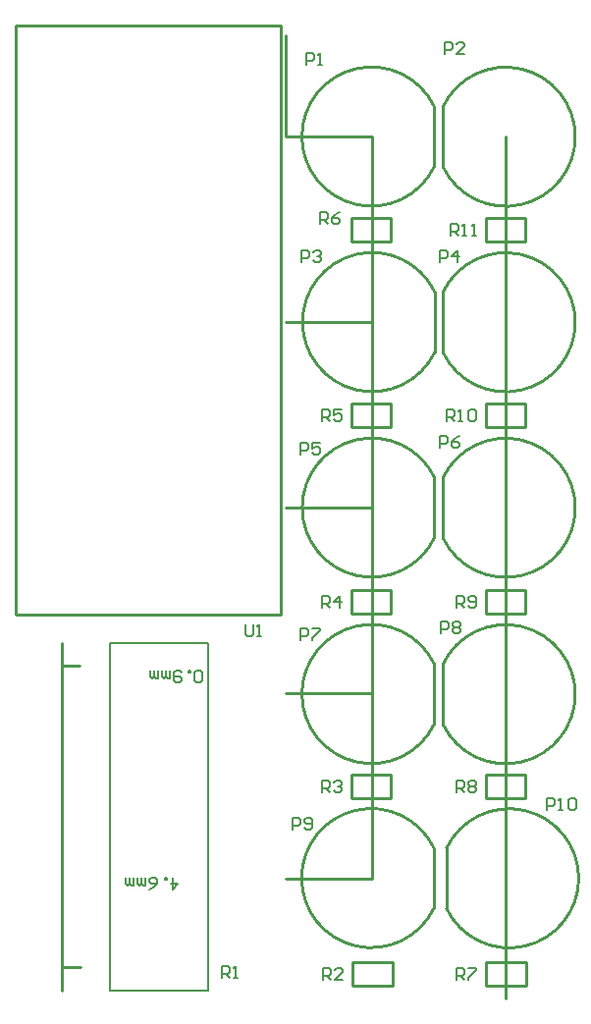
<source format=gto>
G04*
G04 #@! TF.GenerationSoftware,Altium Limited,Altium Designer,19.1.8 (144)*
G04*
G04 Layer_Color=65535*
%FSLAX25Y25*%
%MOIN*%
G70*
G01*
G75*
%ADD10C,0.01000*%
%ADD11C,0.00500*%
%ADD12C,0.00787*%
%ADD13C,0.00800*%
D10*
X542496Y678861D02*
G03*
X542496Y699356I21283J10248D01*
G01*
X539492Y699421D02*
G03*
X539492Y678926I-21283J-10248D01*
G01*
X542496Y615869D02*
G03*
X542496Y636364I21283J10248D01*
G01*
X539689Y636429D02*
G03*
X539689Y615933I-21283J-10248D01*
G01*
X542496Y552877D02*
G03*
X542496Y573372I21283J10248D01*
G01*
X539591Y573437D02*
G03*
X539591Y552941I-21283J-10248D01*
G01*
X542496Y489589D02*
G03*
X542496Y510085I21283J10248D01*
G01*
X539492Y510149D02*
G03*
X539492Y489654I-21283J-10248D01*
G01*
X539394Y447649D02*
G03*
X539394Y427154I-21283J-10248D01*
G01*
X543677Y427089D02*
G03*
X543677Y447585I21283J10248D01*
G01*
X542520Y678872D02*
Y699345D01*
X539468Y678937D02*
Y699409D01*
X542520Y615880D02*
Y636353D01*
X539665Y615945D02*
Y636417D01*
X542520Y552888D02*
Y573361D01*
X539567Y552953D02*
Y573425D01*
X542520Y489601D02*
Y510073D01*
X539468Y489665D02*
Y510138D01*
X539370Y427165D02*
Y447638D01*
X543701Y427101D02*
Y447573D01*
X413189Y399213D02*
Y517323D01*
X413189Y407087D02*
Y509449D01*
Y407087D02*
X419488D01*
X413189Y509449D02*
X419095D01*
X563779Y396654D02*
Y689075D01*
X488976Y437205D02*
X518307D01*
Y500197D01*
X524860Y653480D02*
Y661480D01*
X511360D02*
X524860D01*
X511360Y653480D02*
Y661480D01*
Y653480D02*
X524860D01*
X488976Y500197D02*
X518307D01*
X488976Y689173D02*
X518307D01*
X488976Y626181D02*
X518307D01*
X488976Y563189D02*
X518307D01*
Y626181D02*
Y689173D01*
Y500197D02*
Y563189D01*
Y626181D01*
X488976Y689173D02*
Y723622D01*
X511754Y400724D02*
Y408724D01*
Y400724D02*
X525254D01*
Y408724D01*
X511754D02*
X525254D01*
X557036Y661480D02*
X570536D01*
Y653480D02*
Y661480D01*
X557036Y653480D02*
X570536D01*
X557036D02*
Y661480D01*
Y598488D02*
X570536D01*
Y590488D02*
Y598488D01*
X557036Y590488D02*
X570536D01*
X557036D02*
Y598488D01*
Y535103D02*
X570536D01*
Y527103D02*
Y535103D01*
X557036Y527103D02*
X570536D01*
X557036D02*
Y535103D01*
Y472504D02*
X570536D01*
Y464504D02*
Y472504D01*
X557036Y464504D02*
X570536D01*
X557036D02*
Y472504D01*
X557121Y408724D02*
X570621D01*
Y400724D02*
Y408724D01*
X557121Y400724D02*
X570621D01*
X557121D02*
Y408724D01*
X397362Y726823D02*
X487362D01*
Y526823D02*
Y726823D01*
X397362Y526823D02*
X487362D01*
X397362D02*
Y726823D01*
X511360Y472504D02*
X524860D01*
Y464504D02*
Y472504D01*
X511360Y464504D02*
X524860D01*
X511360D02*
Y472504D01*
Y598488D02*
X524860D01*
Y590488D02*
Y598488D01*
X511360Y590488D02*
X524860D01*
X511360D02*
Y598488D01*
Y535103D02*
X524860D01*
Y527103D02*
Y535103D01*
X511360Y527103D02*
X524860D01*
X511360D02*
Y535103D01*
D11*
X462795Y517323D02*
X462795Y399213D01*
X429331D02*
X462795D01*
X429331D02*
Y517323D01*
X462795D01*
D12*
X450591Y437402D02*
Y433466D01*
X452559Y435434D01*
X449935D01*
X448623Y437402D02*
Y436746D01*
X447967D01*
Y437402D01*
X448623D01*
X442720Y433466D02*
X444032Y434122D01*
X445343Y435434D01*
Y436746D01*
X444688Y437402D01*
X443376D01*
X442720Y436746D01*
Y436090D01*
X443376Y435434D01*
X445343D01*
X441408Y437402D02*
Y434778D01*
X440752D01*
X440096Y435434D01*
Y437402D01*
Y435434D01*
X439440Y434778D01*
X438784Y435434D01*
Y437402D01*
X437472D02*
Y434778D01*
X436816D01*
X436160Y435434D01*
Y437402D01*
Y435434D01*
X435504Y434778D01*
X434848Y435434D01*
Y437402D01*
X460827Y504594D02*
X460171Y503938D01*
X458859D01*
X458203Y504594D01*
Y507218D01*
X458859Y507874D01*
X460171D01*
X460827Y507218D01*
Y504594D01*
X456891Y507874D02*
Y507218D01*
X456235D01*
Y507874D01*
X456891D01*
X453611Y507218D02*
X452955Y507874D01*
X451643D01*
X450987Y507218D01*
Y504594D01*
X451643Y503938D01*
X452955D01*
X453611Y504594D01*
Y505250D01*
X452955Y505906D01*
X450987D01*
X449676Y507874D02*
Y505250D01*
X449019D01*
X448364Y505906D01*
Y507874D01*
Y505906D01*
X447708Y505250D01*
X447052Y505906D01*
Y507874D01*
X445740D02*
Y505250D01*
X445084D01*
X444428Y505906D01*
Y507874D01*
Y505906D01*
X443772Y505250D01*
X443116Y505906D01*
Y507874D01*
D13*
X547156Y402713D02*
Y406712D01*
X549155D01*
X549822Y406046D01*
Y404713D01*
X549155Y404046D01*
X547156D01*
X548489D02*
X549822Y402713D01*
X551155Y406712D02*
X553820D01*
Y406046D01*
X551155Y403380D01*
Y402713D01*
X545107Y655470D02*
Y659469D01*
X547107D01*
X547773Y658802D01*
Y657469D01*
X547107Y656803D01*
X545107D01*
X546440D02*
X547773Y655470D01*
X549106D02*
X550439D01*
X549772D01*
Y659469D01*
X549106Y658802D01*
X552438Y655470D02*
X553771D01*
X553105D01*
Y659469D01*
X552438Y658802D01*
X543720Y592470D02*
Y596469D01*
X545719D01*
X546386Y595802D01*
Y594469D01*
X545719Y593803D01*
X543720D01*
X545053D02*
X546386Y592470D01*
X547719D02*
X549052D01*
X548385D01*
Y596469D01*
X547719Y595802D01*
X551051D02*
X551718Y596469D01*
X553050D01*
X553717Y595802D01*
Y593137D01*
X553050Y592470D01*
X551718D01*
X551051Y593137D01*
Y595802D01*
X547120Y529076D02*
Y533075D01*
X549119D01*
X549786Y532409D01*
Y531076D01*
X549119Y530409D01*
X547120D01*
X548453D02*
X549786Y529076D01*
X551118Y529743D02*
X551785Y529076D01*
X553118D01*
X553784Y529743D01*
Y532409D01*
X553118Y533075D01*
X551785D01*
X551118Y532409D01*
Y531742D01*
X551785Y531076D01*
X553784D01*
X547108Y466476D02*
Y470475D01*
X549107D01*
X549773Y469809D01*
Y468476D01*
X549107Y467809D01*
X547108D01*
X548440D02*
X549773Y466476D01*
X551106Y469809D02*
X551773Y470475D01*
X553106D01*
X553772Y469809D01*
Y469142D01*
X553106Y468476D01*
X553772Y467809D01*
Y467143D01*
X553106Y466476D01*
X551773D01*
X551106Y467143D01*
Y467809D01*
X551773Y468476D01*
X551106Y469142D01*
Y469809D01*
X551773Y468476D02*
X553106D01*
X577756Y460630D02*
Y464629D01*
X579755D01*
X580422Y463962D01*
Y462629D01*
X579755Y461963D01*
X577756D01*
X581755Y460630D02*
X583087D01*
X582421D01*
Y464629D01*
X581755Y463962D01*
X585087D02*
X585753Y464629D01*
X587086D01*
X587753Y463962D01*
Y461296D01*
X587086Y460630D01*
X585753D01*
X585087Y461296D01*
Y463962D01*
X467520Y403543D02*
Y407542D01*
X469519D01*
X470186Y406876D01*
Y405543D01*
X469519Y404876D01*
X467520D01*
X468853D02*
X470186Y403543D01*
X471518D02*
X472851D01*
X472185D01*
Y407542D01*
X471518Y406876D01*
X491339Y453937D02*
Y457936D01*
X493338D01*
X494004Y457269D01*
Y455936D01*
X493338Y455270D01*
X491339D01*
X495337Y454603D02*
X496004Y453937D01*
X497337D01*
X498003Y454603D01*
Y457269D01*
X497337Y457936D01*
X496004D01*
X495337Y457269D01*
Y456603D01*
X496004Y455936D01*
X498003D01*
X494095Y518110D02*
Y522109D01*
X496094D01*
X496760Y521443D01*
Y520110D01*
X496094Y519443D01*
X494095D01*
X498093Y522109D02*
X500759D01*
Y521443D01*
X498093Y518777D01*
Y518110D01*
X501395Y466483D02*
Y470481D01*
X503394D01*
X504060Y469815D01*
Y468482D01*
X503394Y467816D01*
X501395D01*
X502727D02*
X504060Y466483D01*
X505393Y469815D02*
X506060Y470481D01*
X507393D01*
X508059Y469815D01*
Y469148D01*
X507393Y468482D01*
X506726D01*
X507393D01*
X508059Y467816D01*
Y467149D01*
X507393Y466483D01*
X506060D01*
X505393Y467149D01*
X541732Y520472D02*
Y524471D01*
X543732D01*
X544398Y523805D01*
Y522472D01*
X543732Y521805D01*
X541732D01*
X545731Y523805D02*
X546397Y524471D01*
X547730D01*
X548397Y523805D01*
Y523138D01*
X547730Y522472D01*
X548397Y521805D01*
Y521139D01*
X547730Y520472D01*
X546397D01*
X545731Y521139D01*
Y521805D01*
X546397Y522472D01*
X545731Y523138D01*
Y523805D01*
X546397Y522472D02*
X547730D01*
X501776Y402726D02*
Y406725D01*
X503775D01*
X504441Y406058D01*
Y404725D01*
X503775Y404059D01*
X501776D01*
X503109D02*
X504441Y402726D01*
X508440D02*
X505774D01*
X508440Y405392D01*
Y406058D01*
X507774Y406725D01*
X506441D01*
X505774Y406058D01*
X500787Y659449D02*
Y663448D01*
X502787D01*
X503453Y662781D01*
Y661448D01*
X502787Y660782D01*
X500787D01*
X502120D02*
X503453Y659449D01*
X507452Y663448D02*
X506119Y662781D01*
X504786Y661448D01*
Y660115D01*
X505453Y659449D01*
X506785D01*
X507452Y660115D01*
Y660782D01*
X506785Y661448D01*
X504786D01*
X501400Y592483D02*
Y596481D01*
X503400D01*
X504066Y595815D01*
Y594482D01*
X503400Y593816D01*
X501400D01*
X502733D02*
X504066Y592483D01*
X508065Y596481D02*
X505399D01*
Y594482D01*
X506732Y595149D01*
X507398D01*
X508065Y594482D01*
Y593149D01*
X507398Y592483D01*
X506066D01*
X505399Y593149D01*
X501395Y529083D02*
Y533081D01*
X503394D01*
X504060Y532415D01*
Y531082D01*
X503394Y530416D01*
X501395D01*
X502727D02*
X504060Y529083D01*
X507393D02*
Y533081D01*
X505393Y531082D01*
X508059D01*
X494095Y581102D02*
Y585101D01*
X496094D01*
X496760Y584435D01*
Y583102D01*
X496094Y582435D01*
X494095D01*
X500759Y585101D02*
X498093D01*
Y583102D01*
X499426Y583768D01*
X500093D01*
X500759Y583102D01*
Y581769D01*
X500093Y581102D01*
X498760D01*
X498093Y581769D01*
X541339Y583661D02*
Y587660D01*
X543338D01*
X544004Y586994D01*
Y585661D01*
X543338Y584994D01*
X541339D01*
X548003Y587660D02*
X546670Y586994D01*
X545337Y585661D01*
Y584328D01*
X546004Y583661D01*
X547337D01*
X548003Y584328D01*
Y584994D01*
X547337Y585661D01*
X545337D01*
X494488Y646457D02*
Y650455D01*
X496488D01*
X497154Y649789D01*
Y648456D01*
X496488Y647790D01*
X494488D01*
X498487Y649789D02*
X499153Y650455D01*
X500486D01*
X501153Y649789D01*
Y649122D01*
X500486Y648456D01*
X499820D01*
X500486D01*
X501153Y647790D01*
Y647123D01*
X500486Y646457D01*
X499153D01*
X498487Y647123D01*
X541339Y646654D02*
Y650652D01*
X543338D01*
X544004Y649986D01*
Y648653D01*
X543338Y647986D01*
X541339D01*
X547337Y646654D02*
Y650652D01*
X545337Y648653D01*
X548003D01*
X496161Y713583D02*
Y717581D01*
X498161D01*
X498827Y716915D01*
Y715582D01*
X498161Y714916D01*
X496161D01*
X500160Y713583D02*
X501493D01*
X500827D01*
Y717581D01*
X500160Y716915D01*
X542913Y717061D02*
Y721060D01*
X544913D01*
X545579Y720394D01*
Y719061D01*
X544913Y718394D01*
X542913D01*
X549578Y717061D02*
X546912D01*
X549578Y719727D01*
Y720394D01*
X548911Y721060D01*
X547578D01*
X546912Y720394D01*
X475394Y523684D02*
Y520352D01*
X476060Y519685D01*
X477393D01*
X478059Y520352D01*
Y523684D01*
X479392Y519685D02*
X480725D01*
X480059D01*
Y523684D01*
X479392Y523017D01*
M02*

</source>
